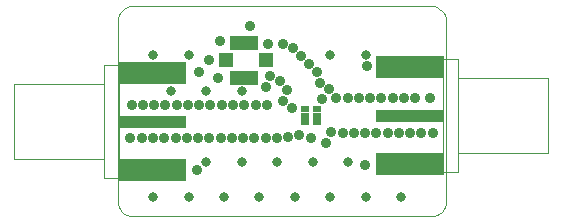
<source format=gts>
G04 Layer_Color=8388736*
%FSLAX25Y25*%
%MOIN*%
G70*
G01*
G75*
%ADD10C,0.00394*%
%ADD25R,0.02768X0.01981*%
%ADD26R,0.04737X0.04737*%
%ADD27R,0.09461X0.04934*%
%ADD28R,0.04934X0.04737*%
%ADD29R,0.22847X0.04343*%
%ADD30R,0.22847X0.07296*%
%ADD31C,0.03556*%
%ADD32C,0.03162*%
D10*
X590500Y105000D02*
X590596Y104025D01*
X590881Y103087D01*
X591343Y102222D01*
X591964Y101464D01*
X592722Y100843D01*
X593587Y100381D01*
X594524Y100096D01*
X595500Y100000D01*
X695000D02*
X695975Y100096D01*
X696913Y100381D01*
X697778Y100843D01*
X698535Y101464D01*
X699157Y102222D01*
X699619Y103087D01*
X699904Y104025D01*
X700000Y105000D01*
Y165000D02*
X699904Y165975D01*
X699619Y166913D01*
X699157Y167778D01*
X698535Y168535D01*
X697778Y169157D01*
X696913Y169619D01*
X695975Y169904D01*
X695000Y170000D01*
X595500D02*
X594524Y169904D01*
X593587Y169619D01*
X592722Y169157D01*
X591964Y168535D01*
X591343Y167778D01*
X590881Y166913D01*
X590596Y165975D01*
X590500Y165000D01*
X595500Y100000D02*
X695000D01*
X700000Y105000D02*
Y165000D01*
X595500Y170000D02*
X695000D01*
X590500Y105000D02*
Y165000D01*
X590976Y117760D02*
X612157D01*
X612157Y112760D02*
Y117760D01*
X590976Y112760D02*
Y150240D01*
X612157Y130004D02*
Y132996D01*
X590976Y130004D02*
X612157D01*
X590976Y132996D02*
X612157D01*
Y145240D02*
Y150240D01*
X590976Y145240D02*
X612157D01*
X585976Y112760D02*
X612157D01*
X585976Y150240D02*
X612157D01*
X585976Y112760D02*
Y150240D01*
X555976Y144000D02*
X585976D01*
X555976Y119000D02*
Y144000D01*
Y119000D02*
X585976D01*
X677843Y147240D02*
X699024D01*
X677843Y147240D02*
Y152240D01*
X699024Y114760D02*
Y152240D01*
X677843Y132004D02*
Y134996D01*
X699024D01*
X677843Y132004D02*
X699024D01*
X677843Y114760D02*
Y119760D01*
X677843Y119760D02*
X699024D01*
X677843Y152240D02*
X704024D01*
X677843Y114760D02*
X704024D01*
Y152240D01*
Y121000D02*
X734024D01*
Y146000D01*
X704024D02*
X734024D01*
D25*
X653000Y131335D02*
D03*
Y133500D02*
D03*
Y135665D02*
D03*
X656937D02*
D03*
Y133500D02*
D03*
Y131335D02*
D03*
D26*
X626594Y152000D02*
D03*
D27*
X632500Y146193D02*
D03*
Y157807D02*
D03*
D28*
X639882Y152000D02*
D03*
D29*
X602000Y131500D02*
D03*
X688000Y133500D02*
D03*
D30*
X602000Y147740D02*
D03*
Y115260D02*
D03*
X688000Y117260D02*
D03*
Y149740D02*
D03*
D31*
X658500Y139000D02*
D03*
X645500Y138500D02*
D03*
X648500Y136000D02*
D03*
X651000Y127000D02*
D03*
X660000Y124500D02*
D03*
X655000Y126000D02*
D03*
X661000Y142500D02*
D03*
X640000Y143000D02*
D03*
X624000Y146000D02*
D03*
X621000Y152000D02*
D03*
X624500Y158500D02*
D03*
X634500Y163500D02*
D03*
X673000Y117000D02*
D03*
X673500Y150000D02*
D03*
X617000Y115500D02*
D03*
X617500Y148000D02*
D03*
X640260Y136903D02*
D03*
X636504D02*
D03*
X632748D02*
D03*
X628992D02*
D03*
X625236D02*
D03*
X621481D02*
D03*
X617725D02*
D03*
X613969D02*
D03*
X610213D02*
D03*
X606457D02*
D03*
X602701D02*
D03*
X598945D02*
D03*
X595189D02*
D03*
X594797Y126097D02*
D03*
X598553D02*
D03*
X602308D02*
D03*
X606064D02*
D03*
X609820D02*
D03*
X613576D02*
D03*
X617332D02*
D03*
X621088D02*
D03*
X624844D02*
D03*
X628600D02*
D03*
X632356D02*
D03*
X636112D02*
D03*
X639867D02*
D03*
X643623D02*
D03*
X647373Y126316D02*
D03*
X640693Y157403D02*
D03*
X641289Y146597D02*
D03*
X644741Y145118D02*
D03*
X647097Y142193D02*
D03*
X657903Y144267D02*
D03*
X657025Y147919D02*
D03*
X654469Y150671D02*
D03*
X651814Y153327D02*
D03*
X649139Y155964D02*
D03*
X645657Y157372D02*
D03*
X689748Y139300D02*
D03*
X685992D02*
D03*
X682236D02*
D03*
X678480D02*
D03*
X674724D02*
D03*
X670969D02*
D03*
X667213D02*
D03*
X663457Y139249D02*
D03*
X661777Y128174D02*
D03*
X665503Y127700D02*
D03*
X669259D02*
D03*
X673015D02*
D03*
X676771D02*
D03*
X680527D02*
D03*
X684283D02*
D03*
X688039D02*
D03*
X691794D02*
D03*
X695549Y127817D02*
D03*
X694657Y139269D02*
D03*
D32*
X685039Y106299D02*
D03*
X673228Y153543D02*
D03*
Y106299D02*
D03*
X661417Y153543D02*
D03*
X667323Y118110D02*
D03*
X661417Y106299D02*
D03*
X655512Y118110D02*
D03*
X649606Y106299D02*
D03*
X643701Y118110D02*
D03*
X637795Y106299D02*
D03*
X631890Y141732D02*
D03*
Y118110D02*
D03*
X625984Y106299D02*
D03*
X614173Y153543D02*
D03*
X620079Y141732D02*
D03*
Y118110D02*
D03*
X614173Y106299D02*
D03*
X602362Y153543D02*
D03*
X608267Y141732D02*
D03*
X602362Y106299D02*
D03*
M02*

</source>
